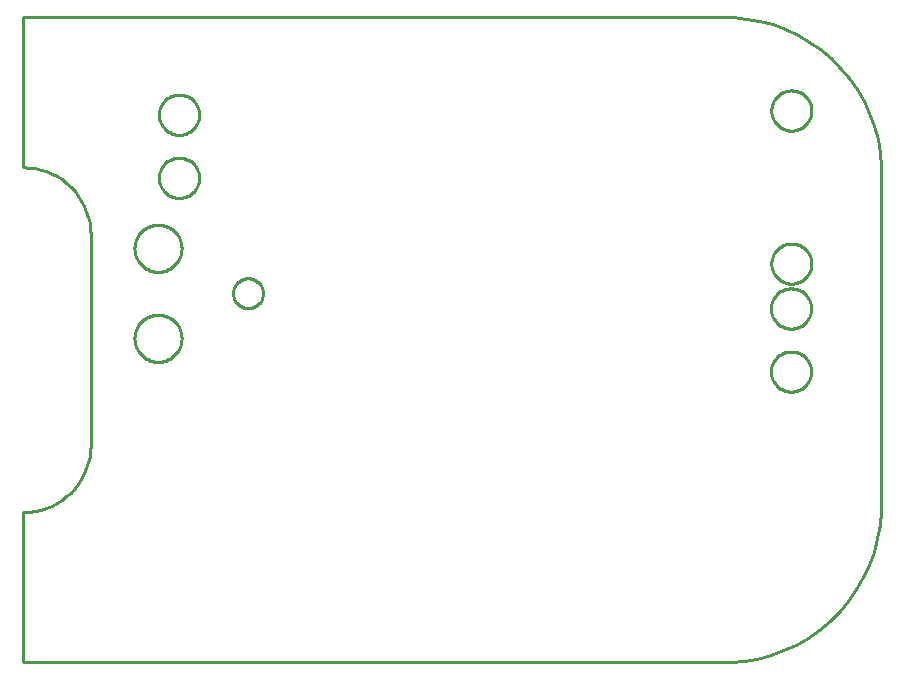
<source format=gbr>
G04 EAGLE Gerber X2 export*
%TF.Part,Single*%
%TF.FileFunction,Profile,NP*%
%TF.FilePolarity,Positive*%
%TF.GenerationSoftware,Autodesk,EAGLE,9.1.3*%
%TF.CreationDate,2018-10-12T19:53:35Z*%
G75*
%MOMM*%
%FSLAX34Y34*%
%LPD*%
%AMOC8*
5,1,8,0,0,1.08239X$1,22.5*%
G01*
%ADD10C,0.254000*%


D10*
X40640Y2540D02*
X627380Y2540D01*
X639069Y2540D01*
X650713Y3559D01*
X662224Y5589D01*
X673514Y8615D01*
X684498Y12613D01*
X695092Y17553D01*
X705214Y23397D01*
X714789Y30102D01*
X723743Y37615D01*
X732008Y45881D01*
X739521Y54835D01*
X746225Y64410D01*
X752070Y74533D01*
X757009Y85126D01*
X761007Y96110D01*
X764032Y107401D01*
X766061Y118912D01*
X767080Y130556D01*
X767080Y422656D01*
X766092Y434102D01*
X764111Y445418D01*
X761151Y456519D01*
X757234Y467319D01*
X752391Y477737D01*
X746659Y487693D01*
X740080Y497112D01*
X732706Y505922D01*
X724592Y514055D01*
X715800Y521450D01*
X706397Y528051D01*
X696455Y533807D01*
X686048Y538674D01*
X675257Y542616D01*
X664164Y545603D01*
X652852Y547611D01*
X641409Y548626D01*
X629920Y548640D01*
X40640Y548640D01*
X40640Y421640D01*
X45621Y421423D01*
X50564Y420772D01*
X55432Y419693D01*
X60186Y418193D01*
X64793Y416286D01*
X69215Y413983D01*
X73420Y411305D01*
X77375Y408269D01*
X81051Y404901D01*
X84419Y401225D01*
X87455Y397270D01*
X90133Y393065D01*
X92436Y388643D01*
X94343Y384036D01*
X95843Y379282D01*
X96922Y374414D01*
X97573Y369471D01*
X97790Y364490D01*
X97790Y186690D01*
X97573Y181709D01*
X96922Y176766D01*
X95843Y171899D01*
X94343Y167144D01*
X92436Y162537D01*
X90133Y158115D01*
X87455Y153910D01*
X84419Y149955D01*
X81051Y146279D01*
X77375Y142911D01*
X73420Y139875D01*
X69215Y137197D01*
X64793Y134895D01*
X60186Y132987D01*
X55432Y131487D01*
X50564Y130408D01*
X45621Y129757D01*
X40640Y129540D01*
X40640Y2540D01*
X691691Y486676D02*
X692801Y486603D01*
X693905Y486458D01*
X694996Y486241D01*
X696071Y485953D01*
X697125Y485595D01*
X698154Y485169D01*
X699152Y484677D01*
X700116Y484120D01*
X701041Y483502D01*
X701924Y482824D01*
X702761Y482090D01*
X703548Y481303D01*
X704282Y480466D01*
X704960Y479583D01*
X705578Y478658D01*
X706135Y477694D01*
X706627Y476696D01*
X707053Y475667D01*
X707411Y474613D01*
X707699Y473538D01*
X707916Y472447D01*
X708061Y471343D01*
X708134Y470233D01*
X708134Y469119D01*
X708061Y468009D01*
X707916Y466905D01*
X707699Y465814D01*
X707411Y464739D01*
X707053Y463685D01*
X706627Y462656D01*
X706135Y461658D01*
X705578Y460694D01*
X704960Y459769D01*
X704282Y458886D01*
X703548Y458049D01*
X702761Y457262D01*
X701924Y456528D01*
X701041Y455850D01*
X700116Y455232D01*
X699152Y454675D01*
X698154Y454183D01*
X697125Y453757D01*
X696071Y453399D01*
X694996Y453111D01*
X693905Y452894D01*
X692801Y452749D01*
X691691Y452676D01*
X690577Y452676D01*
X689467Y452749D01*
X688363Y452894D01*
X687272Y453111D01*
X686197Y453399D01*
X685143Y453757D01*
X684114Y454183D01*
X683116Y454675D01*
X682152Y455232D01*
X681227Y455850D01*
X680344Y456528D01*
X679507Y457262D01*
X678720Y458049D01*
X677986Y458886D01*
X677308Y459769D01*
X676690Y460694D01*
X676133Y461658D01*
X675641Y462656D01*
X675215Y463685D01*
X674857Y464739D01*
X674569Y465814D01*
X674352Y466905D01*
X674207Y468009D01*
X674134Y469119D01*
X674134Y470233D01*
X674207Y471343D01*
X674352Y472447D01*
X674569Y473538D01*
X674857Y474613D01*
X675215Y475667D01*
X675641Y476696D01*
X676133Y477694D01*
X676690Y478658D01*
X677308Y479583D01*
X677986Y480466D01*
X678720Y481303D01*
X679507Y482090D01*
X680344Y482824D01*
X681227Y483502D01*
X682152Y484120D01*
X683116Y484677D01*
X684114Y485169D01*
X685143Y485595D01*
X686197Y485953D01*
X687272Y486241D01*
X688363Y486458D01*
X689467Y486603D01*
X690577Y486676D01*
X691691Y486676D01*
X691691Y357076D02*
X692801Y357003D01*
X693905Y356858D01*
X694996Y356641D01*
X696071Y356353D01*
X697125Y355995D01*
X698154Y355569D01*
X699152Y355077D01*
X700116Y354520D01*
X701041Y353902D01*
X701924Y353224D01*
X702761Y352490D01*
X703548Y351703D01*
X704282Y350866D01*
X704960Y349983D01*
X705578Y349058D01*
X706135Y348094D01*
X706627Y347096D01*
X707053Y346067D01*
X707411Y345013D01*
X707699Y343938D01*
X707916Y342847D01*
X708061Y341743D01*
X708134Y340633D01*
X708134Y339519D01*
X708061Y338409D01*
X707916Y337305D01*
X707699Y336214D01*
X707411Y335139D01*
X707053Y334085D01*
X706627Y333056D01*
X706135Y332058D01*
X705578Y331094D01*
X704960Y330169D01*
X704282Y329286D01*
X703548Y328449D01*
X702761Y327662D01*
X701924Y326928D01*
X701041Y326250D01*
X700116Y325632D01*
X699152Y325075D01*
X698154Y324583D01*
X697125Y324157D01*
X696071Y323799D01*
X694996Y323511D01*
X693905Y323294D01*
X692801Y323149D01*
X691691Y323076D01*
X690577Y323076D01*
X689467Y323149D01*
X688363Y323294D01*
X687272Y323511D01*
X686197Y323799D01*
X685143Y324157D01*
X684114Y324583D01*
X683116Y325075D01*
X682152Y325632D01*
X681227Y326250D01*
X680344Y326928D01*
X679507Y327662D01*
X678720Y328449D01*
X677986Y329286D01*
X677308Y330169D01*
X676690Y331094D01*
X676133Y332058D01*
X675641Y333056D01*
X675215Y334085D01*
X674857Y335139D01*
X674569Y336214D01*
X674352Y337305D01*
X674207Y338409D01*
X674134Y339519D01*
X674134Y340633D01*
X674207Y341743D01*
X674352Y342847D01*
X674569Y343938D01*
X674857Y345013D01*
X675215Y346067D01*
X675641Y347096D01*
X676133Y348094D01*
X676690Y349058D01*
X677308Y349983D01*
X677986Y350866D01*
X678720Y351703D01*
X679507Y352490D01*
X680344Y353224D01*
X681227Y353902D01*
X682152Y354520D01*
X683116Y355077D01*
X684114Y355569D01*
X685143Y355995D01*
X686197Y356353D01*
X687272Y356641D01*
X688363Y356858D01*
X689467Y357003D01*
X690577Y357076D01*
X691691Y357076D01*
X691437Y319036D02*
X692547Y318963D01*
X693651Y318818D01*
X694742Y318601D01*
X695817Y318313D01*
X696871Y317955D01*
X697900Y317529D01*
X698898Y317037D01*
X699862Y316480D01*
X700787Y315862D01*
X701670Y315184D01*
X702507Y314450D01*
X703294Y313663D01*
X704028Y312826D01*
X704706Y311943D01*
X705324Y311018D01*
X705881Y310054D01*
X706373Y309056D01*
X706799Y308027D01*
X707157Y306973D01*
X707445Y305898D01*
X707662Y304807D01*
X707807Y303703D01*
X707880Y302593D01*
X707880Y301479D01*
X707807Y300369D01*
X707662Y299265D01*
X707445Y298174D01*
X707157Y297099D01*
X706799Y296045D01*
X706373Y295016D01*
X705881Y294018D01*
X705324Y293054D01*
X704706Y292129D01*
X704028Y291246D01*
X703294Y290409D01*
X702507Y289622D01*
X701670Y288888D01*
X700787Y288210D01*
X699862Y287592D01*
X698898Y287035D01*
X697900Y286543D01*
X696871Y286117D01*
X695817Y285759D01*
X694742Y285471D01*
X693651Y285254D01*
X692547Y285109D01*
X691437Y285036D01*
X690323Y285036D01*
X689213Y285109D01*
X688109Y285254D01*
X687018Y285471D01*
X685943Y285759D01*
X684889Y286117D01*
X683860Y286543D01*
X682862Y287035D01*
X681898Y287592D01*
X680973Y288210D01*
X680090Y288888D01*
X679253Y289622D01*
X678466Y290409D01*
X677732Y291246D01*
X677054Y292129D01*
X676436Y293054D01*
X675879Y294018D01*
X675387Y295016D01*
X674961Y296045D01*
X674603Y297099D01*
X674315Y298174D01*
X674098Y299265D01*
X673953Y300369D01*
X673880Y301479D01*
X673880Y302593D01*
X673953Y303703D01*
X674098Y304807D01*
X674315Y305898D01*
X674603Y306973D01*
X674961Y308027D01*
X675387Y309056D01*
X675879Y310054D01*
X676436Y311018D01*
X677054Y311943D01*
X677732Y312826D01*
X678466Y313663D01*
X679253Y314450D01*
X680090Y315184D01*
X680973Y315862D01*
X681898Y316480D01*
X682862Y317037D01*
X683860Y317529D01*
X684889Y317955D01*
X685943Y318313D01*
X687018Y318601D01*
X688109Y318818D01*
X689213Y318963D01*
X690323Y319036D01*
X691437Y319036D01*
X691437Y265636D02*
X692547Y265563D01*
X693651Y265418D01*
X694742Y265201D01*
X695817Y264913D01*
X696871Y264555D01*
X697900Y264129D01*
X698898Y263637D01*
X699862Y263080D01*
X700787Y262462D01*
X701670Y261784D01*
X702507Y261050D01*
X703294Y260263D01*
X704028Y259426D01*
X704706Y258543D01*
X705324Y257618D01*
X705881Y256654D01*
X706373Y255656D01*
X706799Y254627D01*
X707157Y253573D01*
X707445Y252498D01*
X707662Y251407D01*
X707807Y250303D01*
X707880Y249193D01*
X707880Y248079D01*
X707807Y246969D01*
X707662Y245865D01*
X707445Y244774D01*
X707157Y243699D01*
X706799Y242645D01*
X706373Y241616D01*
X705881Y240618D01*
X705324Y239654D01*
X704706Y238729D01*
X704028Y237846D01*
X703294Y237009D01*
X702507Y236222D01*
X701670Y235488D01*
X700787Y234810D01*
X699862Y234192D01*
X698898Y233635D01*
X697900Y233143D01*
X696871Y232717D01*
X695817Y232359D01*
X694742Y232071D01*
X693651Y231854D01*
X692547Y231709D01*
X691437Y231636D01*
X690323Y231636D01*
X689213Y231709D01*
X688109Y231854D01*
X687018Y232071D01*
X685943Y232359D01*
X684889Y232717D01*
X683860Y233143D01*
X682862Y233635D01*
X681898Y234192D01*
X680973Y234810D01*
X680090Y235488D01*
X679253Y236222D01*
X678466Y237009D01*
X677732Y237846D01*
X677054Y238729D01*
X676436Y239654D01*
X675879Y240618D01*
X675387Y241616D01*
X674961Y242645D01*
X674603Y243699D01*
X674315Y244774D01*
X674098Y245865D01*
X673953Y246969D01*
X673880Y248079D01*
X673880Y249193D01*
X673953Y250303D01*
X674098Y251407D01*
X674315Y252498D01*
X674603Y253573D01*
X674961Y254627D01*
X675387Y255656D01*
X675879Y256654D01*
X676436Y257618D01*
X677054Y258543D01*
X677732Y259426D01*
X678466Y260263D01*
X679253Y261050D01*
X680090Y261784D01*
X680973Y262462D01*
X681898Y263080D01*
X682862Y263637D01*
X683860Y264129D01*
X684889Y264555D01*
X685943Y264913D01*
X687018Y265201D01*
X688109Y265418D01*
X689213Y265563D01*
X690323Y265636D01*
X691437Y265636D01*
X172163Y395720D02*
X171053Y395793D01*
X169949Y395938D01*
X168858Y396155D01*
X167783Y396443D01*
X166729Y396801D01*
X165700Y397227D01*
X164702Y397719D01*
X163738Y398276D01*
X162813Y398894D01*
X161930Y399572D01*
X161093Y400306D01*
X160306Y401093D01*
X159572Y401930D01*
X158894Y402813D01*
X158276Y403738D01*
X157719Y404702D01*
X157227Y405700D01*
X156801Y406729D01*
X156443Y407783D01*
X156155Y408858D01*
X155938Y409949D01*
X155793Y411053D01*
X155720Y412163D01*
X155720Y413277D01*
X155793Y414387D01*
X155938Y415491D01*
X156155Y416582D01*
X156443Y417657D01*
X156801Y418711D01*
X157227Y419740D01*
X157719Y420738D01*
X158276Y421702D01*
X158894Y422627D01*
X159572Y423510D01*
X160306Y424347D01*
X161093Y425134D01*
X161930Y425868D01*
X162813Y426546D01*
X163738Y427164D01*
X164702Y427721D01*
X165700Y428213D01*
X166729Y428639D01*
X167783Y428997D01*
X168858Y429285D01*
X169949Y429502D01*
X171053Y429647D01*
X172163Y429720D01*
X173277Y429720D01*
X174387Y429647D01*
X175491Y429502D01*
X176582Y429285D01*
X177657Y428997D01*
X178711Y428639D01*
X179740Y428213D01*
X180738Y427721D01*
X181702Y427164D01*
X182627Y426546D01*
X183510Y425868D01*
X184347Y425134D01*
X185134Y424347D01*
X185868Y423510D01*
X186546Y422627D01*
X187164Y421702D01*
X187721Y420738D01*
X188213Y419740D01*
X188639Y418711D01*
X188997Y417657D01*
X189285Y416582D01*
X189502Y415491D01*
X189647Y414387D01*
X189720Y413277D01*
X189720Y412163D01*
X189647Y411053D01*
X189502Y409949D01*
X189285Y408858D01*
X188997Y407783D01*
X188639Y406729D01*
X188213Y405700D01*
X187721Y404702D01*
X187164Y403738D01*
X186546Y402813D01*
X185868Y401930D01*
X185134Y401093D01*
X184347Y400306D01*
X183510Y399572D01*
X182627Y398894D01*
X181702Y398276D01*
X180738Y397719D01*
X179740Y397227D01*
X178711Y396801D01*
X177657Y396443D01*
X176582Y396155D01*
X175491Y395938D01*
X174387Y395793D01*
X173277Y395720D01*
X172163Y395720D01*
X172163Y449120D02*
X171053Y449193D01*
X169949Y449338D01*
X168858Y449555D01*
X167783Y449843D01*
X166729Y450201D01*
X165700Y450627D01*
X164702Y451119D01*
X163738Y451676D01*
X162813Y452294D01*
X161930Y452972D01*
X161093Y453706D01*
X160306Y454493D01*
X159572Y455330D01*
X158894Y456213D01*
X158276Y457138D01*
X157719Y458102D01*
X157227Y459100D01*
X156801Y460129D01*
X156443Y461183D01*
X156155Y462258D01*
X155938Y463349D01*
X155793Y464453D01*
X155720Y465563D01*
X155720Y466677D01*
X155793Y467787D01*
X155938Y468891D01*
X156155Y469982D01*
X156443Y471057D01*
X156801Y472111D01*
X157227Y473140D01*
X157719Y474138D01*
X158276Y475102D01*
X158894Y476027D01*
X159572Y476910D01*
X160306Y477747D01*
X161093Y478534D01*
X161930Y479268D01*
X162813Y479946D01*
X163738Y480564D01*
X164702Y481121D01*
X165700Y481613D01*
X166729Y482039D01*
X167783Y482397D01*
X168858Y482685D01*
X169949Y482902D01*
X171053Y483047D01*
X172163Y483120D01*
X173277Y483120D01*
X174387Y483047D01*
X175491Y482902D01*
X176582Y482685D01*
X177657Y482397D01*
X178711Y482039D01*
X179740Y481613D01*
X180738Y481121D01*
X181702Y480564D01*
X182627Y479946D01*
X183510Y479268D01*
X184347Y478534D01*
X185134Y477747D01*
X185868Y476910D01*
X186546Y476027D01*
X187164Y475102D01*
X187721Y474138D01*
X188213Y473140D01*
X188639Y472111D01*
X188997Y471057D01*
X189285Y469982D01*
X189502Y468891D01*
X189647Y467787D01*
X189720Y466677D01*
X189720Y465563D01*
X189647Y464453D01*
X189502Y463349D01*
X189285Y462258D01*
X188997Y461183D01*
X188639Y460129D01*
X188213Y459100D01*
X187721Y458102D01*
X187164Y457138D01*
X186546Y456213D01*
X185868Y455330D01*
X185134Y454493D01*
X184347Y453706D01*
X183510Y452972D01*
X182627Y452294D01*
X181702Y451676D01*
X180738Y451119D01*
X179740Y450627D01*
X178711Y450201D01*
X177657Y449843D01*
X176582Y449555D01*
X175491Y449338D01*
X174387Y449193D01*
X173277Y449120D01*
X172163Y449120D01*
X231639Y327660D02*
X232634Y327582D01*
X233620Y327426D01*
X234590Y327193D01*
X235539Y326884D01*
X236461Y326502D01*
X237350Y326049D01*
X238201Y325528D01*
X239009Y324941D01*
X239767Y324293D01*
X240473Y323587D01*
X241121Y322829D01*
X241708Y322021D01*
X242229Y321170D01*
X242682Y320281D01*
X243064Y319359D01*
X243373Y318410D01*
X243606Y317440D01*
X243762Y316454D01*
X243840Y315459D01*
X243840Y314461D01*
X243762Y313466D01*
X243606Y312480D01*
X243373Y311510D01*
X243064Y310561D01*
X242682Y309639D01*
X242229Y308750D01*
X241708Y307899D01*
X241121Y307091D01*
X240473Y306333D01*
X239767Y305627D01*
X239009Y304979D01*
X238201Y304392D01*
X237350Y303871D01*
X236461Y303418D01*
X235539Y303036D01*
X234590Y302727D01*
X233620Y302494D01*
X232634Y302338D01*
X231639Y302260D01*
X230641Y302260D01*
X229646Y302338D01*
X228660Y302494D01*
X227690Y302727D01*
X226741Y303036D01*
X225819Y303418D01*
X224930Y303871D01*
X224079Y304392D01*
X223271Y304979D01*
X222513Y305627D01*
X221807Y306333D01*
X221159Y307091D01*
X220572Y307899D01*
X220051Y308750D01*
X219598Y309639D01*
X219216Y310561D01*
X218907Y311510D01*
X218674Y312480D01*
X218518Y313466D01*
X218440Y314461D01*
X218440Y315459D01*
X218518Y316454D01*
X218674Y317440D01*
X218907Y318410D01*
X219216Y319359D01*
X219598Y320281D01*
X220051Y321170D01*
X220572Y322021D01*
X221159Y322829D01*
X221807Y323587D01*
X222513Y324293D01*
X223271Y324941D01*
X224079Y325528D01*
X224930Y326049D01*
X225819Y326502D01*
X226741Y326884D01*
X227690Y327193D01*
X228660Y327426D01*
X229646Y327582D01*
X230641Y327660D01*
X231639Y327660D01*
X155543Y372999D02*
X156745Y372926D01*
X157941Y372781D01*
X159127Y372564D01*
X160297Y372275D01*
X161447Y371917D01*
X162574Y371490D01*
X163673Y370995D01*
X164740Y370435D01*
X165771Y369812D01*
X166763Y369127D01*
X167711Y368384D01*
X168613Y367585D01*
X169465Y366733D01*
X170264Y365831D01*
X171007Y364883D01*
X171692Y363891D01*
X172315Y362860D01*
X172875Y361793D01*
X173370Y360694D01*
X173797Y359567D01*
X174155Y358417D01*
X174444Y357247D01*
X174661Y356061D01*
X174806Y354865D01*
X174879Y353663D01*
X174879Y352458D01*
X174806Y351255D01*
X174661Y350059D01*
X174444Y348873D01*
X174155Y347703D01*
X173797Y346553D01*
X173370Y345426D01*
X172875Y344327D01*
X172315Y343260D01*
X171692Y342229D01*
X171007Y341238D01*
X170264Y340289D01*
X169465Y339387D01*
X168613Y338535D01*
X167711Y337736D01*
X166763Y336993D01*
X165771Y336308D01*
X164740Y335685D01*
X163673Y335125D01*
X162574Y334630D01*
X161447Y334203D01*
X160297Y333845D01*
X159127Y333556D01*
X157941Y333339D01*
X156745Y333194D01*
X155543Y333121D01*
X154338Y333121D01*
X153135Y333194D01*
X151939Y333339D01*
X150753Y333556D01*
X149583Y333845D01*
X148433Y334203D01*
X147306Y334630D01*
X146207Y335125D01*
X145140Y335685D01*
X144109Y336308D01*
X143118Y336993D01*
X142169Y337736D01*
X141267Y338535D01*
X140415Y339387D01*
X139616Y340289D01*
X138873Y341238D01*
X138188Y342229D01*
X137565Y343260D01*
X137005Y344327D01*
X136510Y345426D01*
X136083Y346553D01*
X135725Y347703D01*
X135436Y348873D01*
X135219Y350059D01*
X135074Y351255D01*
X135001Y352458D01*
X135001Y353663D01*
X135074Y354865D01*
X135219Y356061D01*
X135436Y357247D01*
X135725Y358417D01*
X136083Y359567D01*
X136510Y360694D01*
X137005Y361793D01*
X137565Y362860D01*
X138188Y363891D01*
X138873Y364883D01*
X139616Y365831D01*
X140415Y366733D01*
X141267Y367585D01*
X142169Y368384D01*
X143118Y369127D01*
X144109Y369812D01*
X145140Y370435D01*
X146207Y370995D01*
X147306Y371490D01*
X148433Y371917D01*
X149583Y372275D01*
X150753Y372564D01*
X151939Y372781D01*
X153135Y372926D01*
X154338Y372999D01*
X155543Y372999D01*
X155543Y296799D02*
X156745Y296726D01*
X157941Y296581D01*
X159127Y296364D01*
X160297Y296075D01*
X161447Y295717D01*
X162574Y295290D01*
X163673Y294795D01*
X164740Y294235D01*
X165771Y293612D01*
X166763Y292927D01*
X167711Y292184D01*
X168613Y291385D01*
X169465Y290533D01*
X170264Y289631D01*
X171007Y288683D01*
X171692Y287691D01*
X172315Y286660D01*
X172875Y285593D01*
X173370Y284494D01*
X173797Y283367D01*
X174155Y282217D01*
X174444Y281047D01*
X174661Y279861D01*
X174806Y278665D01*
X174879Y277463D01*
X174879Y276258D01*
X174806Y275055D01*
X174661Y273859D01*
X174444Y272673D01*
X174155Y271503D01*
X173797Y270353D01*
X173370Y269226D01*
X172875Y268127D01*
X172315Y267060D01*
X171692Y266029D01*
X171007Y265038D01*
X170264Y264089D01*
X169465Y263187D01*
X168613Y262335D01*
X167711Y261536D01*
X166763Y260793D01*
X165771Y260108D01*
X164740Y259485D01*
X163673Y258925D01*
X162574Y258430D01*
X161447Y258003D01*
X160297Y257645D01*
X159127Y257356D01*
X157941Y257139D01*
X156745Y256994D01*
X155543Y256921D01*
X154338Y256921D01*
X153135Y256994D01*
X151939Y257139D01*
X150753Y257356D01*
X149583Y257645D01*
X148433Y258003D01*
X147306Y258430D01*
X146207Y258925D01*
X145140Y259485D01*
X144109Y260108D01*
X143118Y260793D01*
X142169Y261536D01*
X141267Y262335D01*
X140415Y263187D01*
X139616Y264089D01*
X138873Y265038D01*
X138188Y266029D01*
X137565Y267060D01*
X137005Y268127D01*
X136510Y269226D01*
X136083Y270353D01*
X135725Y271503D01*
X135436Y272673D01*
X135219Y273859D01*
X135074Y275055D01*
X135001Y276258D01*
X135001Y277463D01*
X135074Y278665D01*
X135219Y279861D01*
X135436Y281047D01*
X135725Y282217D01*
X136083Y283367D01*
X136510Y284494D01*
X137005Y285593D01*
X137565Y286660D01*
X138188Y287691D01*
X138873Y288683D01*
X139616Y289631D01*
X140415Y290533D01*
X141267Y291385D01*
X142169Y292184D01*
X143118Y292927D01*
X144109Y293612D01*
X145140Y294235D01*
X146207Y294795D01*
X147306Y295290D01*
X148433Y295717D01*
X149583Y296075D01*
X150753Y296364D01*
X151939Y296581D01*
X153135Y296726D01*
X154338Y296799D01*
X155543Y296799D01*
M02*

</source>
